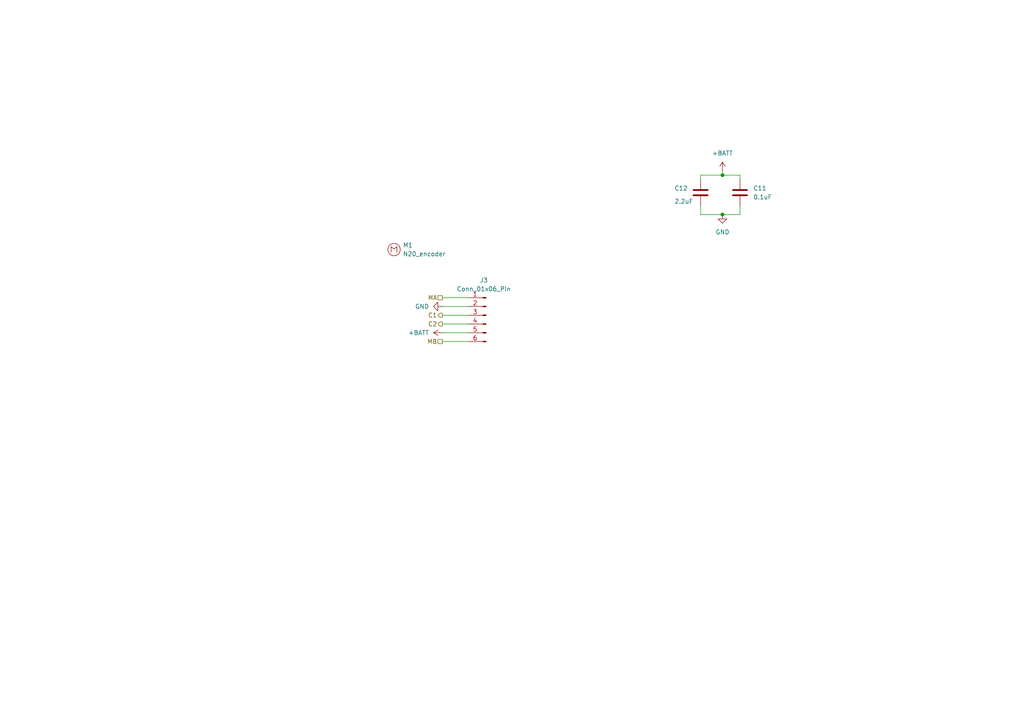
<source format=kicad_sch>
(kicad_sch (version 20230121) (generator eeschema)
  (paper "A4")
  (lib_symbols
    (symbol "Connector:Conn_01x06_Pin" (pin_names (offset 1.016) hide)
      (property "Reference" "J" (at 0 7.62 0))
      (property "Value" "Conn_01x06_Pin" (at 0 -10.16 0))
      (symbol "Conn_01x06_Pin_1_1"
        (polyline (pts (xy 1.27 -7.62) (xy 0.8636 -7.62)) (stroke (width 0.1524)))
        (polyline (pts (xy 1.27 -5.08) (xy 0.8636 -5.08)) (stroke (width 0.1524)))
        (polyline (pts (xy 1.27 -2.54) (xy 0.8636 -2.54)) (stroke (width 0.1524)))
        (polyline (pts (xy 1.27 0) (xy 0.8636 0)) (stroke (width 0.1524)))
        (polyline (pts (xy 1.27 2.54) (xy 0.8636 2.54)) (stroke (width 0.1524)))
        (polyline (pts (xy 1.27 5.08) (xy 0.8636 5.08)) (stroke (width 0.1524)))
        (rectangle (start 0.8636 -7.493) (end 0 -7.747) (stroke (width 0.1524)) (fill (type outline)))
        (rectangle (start 0.8636 -4.953) (end 0 -5.207) (stroke (width 0.1524)) (fill (type outline)))
        (rectangle (start 0.8636 -2.413) (end 0 -2.667) (stroke (width 0.1524)) (fill (type outline)))
        (rectangle (start 0.8636 0.127) (end 0 -0.127) (stroke (width 0.1524)) (fill (type outline)))
        (rectangle (start 0.8636 2.667) (end 0 2.413) (stroke (width 0.1524)) (fill (type outline)))
        (rectangle (start 0.8636 5.207) (end 0 4.953) (stroke (width 0.1524)) (fill (type outline)))
        (pin passive line (at 5.08 5.08 180) (length 3.81) (name "Pin_1") (number "1"))
        (pin passive line (at 5.08 2.54 180) (length 3.81) (name "Pin_2") (number "2"))
        (pin passive line (at 5.08 0 180) (length 3.81) (name "Pin_3") (number "3"))
        (pin passive line (at 5.08 -2.54 180) (length 3.81) (name "Pin_4") (number "4"))
        (pin passive line (at 5.08 -5.08 180) (length 3.81) (name "Pin_5") (number "5"))
        (pin passive line (at 5.08 -7.62 180) (length 3.81) (name "Pin_6") (number "6"))
      )
    )
    (symbol "Device:C" (pin_numbers hide) (pin_names (offset 0.254))
      (property "Reference" "C" (at 0.635 2.54 0))
      (property "Value" "C" (at 0.635 -2.54 0))
      (symbol "C_0_1"
        (polyline (pts (xy -2.032 -0.762) (xy 2.032 -0.762)) (stroke (width 0.508)))
        (polyline (pts (xy -2.032 0.762) (xy 2.032 0.762)) (stroke (width 0.508)))
      )
      (symbol "C_1_1"
        (pin passive line (at 0 3.81 270) (length 2.794) (name "~") (number "1"))
        (pin passive line (at 0 -3.81 90) (length 2.794) (name "~") (number "2"))
      )
    )
    (symbol "minimouse:N20_w_encoder"
      (property "Reference" "M" (at -8.89 1.27 0))
      (property "Value" "N20_encoder" (at 0 -2.54 0))
      (symbol "N20_w_encoder_0_1"
        (polyline (pts (xy -0.8636 -0.8128) (xy -0.8636 0.8636) (xy 0 0.1524) (xy 0.8128 0.8636) (xy 0.8128 -0.8128)))
        (circle (center 0 0) (radius 1.7961))
      )
    )
    (symbol "power:+BATT" (power) (pin_names (offset 0))
      (property "Value" "+BATT" (at 0 3.556 0))
      (symbol "+BATT_0_1"
        (polyline (pts (xy -0.762 1.27) (xy 0 2.54)))
        (polyline (pts (xy 0 0) (xy 0 2.54)))
        (polyline (pts (xy 0 2.54) (xy 0.762 1.27)))
      )
      (symbol "+BATT_1_1"
        (pin power_in line (at 0 0 90) (length 0) hide (name "+BATT") (number "1"))
      )
    )
    (symbol "power:GND" (power) (pin_names (offset 0))
      (property "Value" "GND" (at 0 -3.81 0))
      (symbol "GND_0_1"
        (polyline (pts (xy 0 0) (xy 0 -1.27) (xy 1.27 -1.27) (xy 0 -2.54) (xy -1.27 -1.27) (xy 0 -1.27)))
      )
      (symbol "GND_1_1"
        (pin power_in line (at 0 0 270) (length 0) hide (name "GND") (number "1"))
      )
    )
  )
  (junction (at 209.55 62.23))
  (junction (at 209.55 50.8))
  (wire (pts (xy 128.27 93.98) (xy 135.89 93.98)))
  (wire (pts (xy 214.63 62.23) (xy 209.55 62.23)))
  (wire (pts (xy 203.2 62.23) (xy 209.55 62.23)))
  (wire (pts (xy 214.63 50.8) (xy 209.55 50.8)))
  (wire (pts (xy 128.27 99.06) (xy 135.89 99.06)))
  (wire (pts (xy 203.2 50.8) (xy 209.55 50.8)))
  (wire (pts (xy 128.27 88.9) (xy 135.89 88.9)))
  (wire (pts (xy 203.2 59.69) (xy 203.2 62.23)))
  (wire (pts (xy 128.27 86.36) (xy 135.89 86.36)))
  (wire (pts (xy 214.63 50.8) (xy 214.63 52.07)))
  (wire (pts (xy 209.55 50.8) (xy 209.55 49.53)))
  (wire (pts (xy 128.27 91.44) (xy 135.89 91.44)))
  (wire (pts (xy 214.63 59.69) (xy 214.63 62.23)))
  (wire (pts (xy 203.2 50.8) (xy 203.2 52.07)))
  (wire (pts (xy 128.27 96.52) (xy 135.89 96.52)))
  (hierarchical_label "C1" (shape output) (at 128.27 91.44 180))
  (hierarchical_label "C2" (shape output) (at 128.27 93.98 180))
  (hierarchical_label "MB" (shape passive) (at 128.27 99.06 180))
  (hierarchical_label "MA" (shape passive) (at 128.27 86.36 180))
  (symbol (lib_id "power:+BATT") (at 209.55 49.53 0) (unit 1)
    (property "Reference" "#PWR026" (effects hide))
    (property "Value" "+BATT" (at 209.55 44.45 0))
    (instances (project "minimouse" (path "" (reference "#PWR026") (unit 1)) (path "" (reference "#PWR034") (unit 1)) (path "" (reference "#PWR038") (unit 1))))
  )
  (symbol (lib_id "minimouse:N20_w_encoder") (at 114.3 72.39 0) (unit 1)
    (property "Reference" "M1" (at 116.84 71.12 0) (effects (justify left)))
    (property "Value" "N20_encoder" (at 116.84 73.66 0) (effects (justify left)))
    (property "Footprint" "minimouse:N20_with_encoder" (effects hide))
    (instances (project "minimouse" (path "" (reference "M1") (unit 1)) (path "" (reference "M2") (unit 1))))
  )
  (symbol (lib_id "power:GND") (at 128.27 88.9 270) (unit 1)
    (property "Reference" "#PWR017" (effects hide))
    (property "Value" "GND" (at 124.46 88.9 90) (effects (justify right)))
    (instances (project "minimouse" (path "" (reference "#PWR017") (unit 1)) (path "" (reference "#PWR018") (unit 1))))
  )
  (symbol (lib_id "Device:C") (at 214.63 55.88 0) (unit 1)
    (property "Reference" "C11" (at 218.44 54.61 0) (effects (justify left)))
    (property "Value" "0.1uF" (at 218.44 57.15 0) (effects (justify left)))
    (property "Footprint" "Capacitor_SMD:C_0603_1608Metric" (effects hide))
    (instances (project "minimouse" (path "" (reference "C11") (unit 1)) (path "" (reference "C16") (unit 1)) (path "" (reference "C18") (unit 1))))
  )
  (symbol (lib_id "power:GND") (at 209.55 62.23 0) (unit 1)
    (property "Reference" "#PWR027" (effects hide))
    (property "Value" "GND" (at 209.55 67.31 0))
    (instances (project "minimouse" (path "" (reference "#PWR027") (unit 1)) (path "" (reference "#PWR035") (unit 1)) (path "" (reference "#PWR039") (unit 1))))
  )
  (symbol (lib_id "Connector:Conn_01x06_Pin") (at 140.97 91.44 0) (mirror y) (unit 1)
    (property "Reference" "J3" (at 140.335 81.28 0))
    (property "Value" "Conn_01x06_Pin" (at 140.335 83.82 0))
    (property "Footprint" "Connector_PinHeader_2.54mm:PinHeader_1x06_P2.54mm_Vertical" (effects hide))
    (instances (project "minimouse" (path "" (reference "J3") (unit 1)) (path "" (reference "J4") (unit 1))))
  )
  (symbol (lib_id "Device:C") (at 203.2 55.88 0) (unit 1)
    (property "Reference" "C12" (at 195.58 54.61 0) (effects (justify left)))
    (property "Value" "2.2uF" (at 195.58 58.42 0) (effects (justify left)))
    (property "Footprint" "Capacitor_SMD:C_0603_1608Metric" (effects hide))
    (instances (project "minimouse" (path "" (reference "C12") (unit 1)) (path "" (reference "C9") (unit 1)) (path "" (reference "C17") (unit 1))))
  )
  (symbol (lib_id "power:+BATT") (at 128.27 96.52 90) (unit 1)
    (property "Reference" "#PWR019" (effects hide))
    (property "Value" "+BATT" (at 124.46 96.52 90) (effects (justify left)))
    (instances (project "minimouse" (path "" (reference "#PWR019") (unit 1)) (path "" (reference "#PWR020") (unit 1))))
  )
)
</source>
